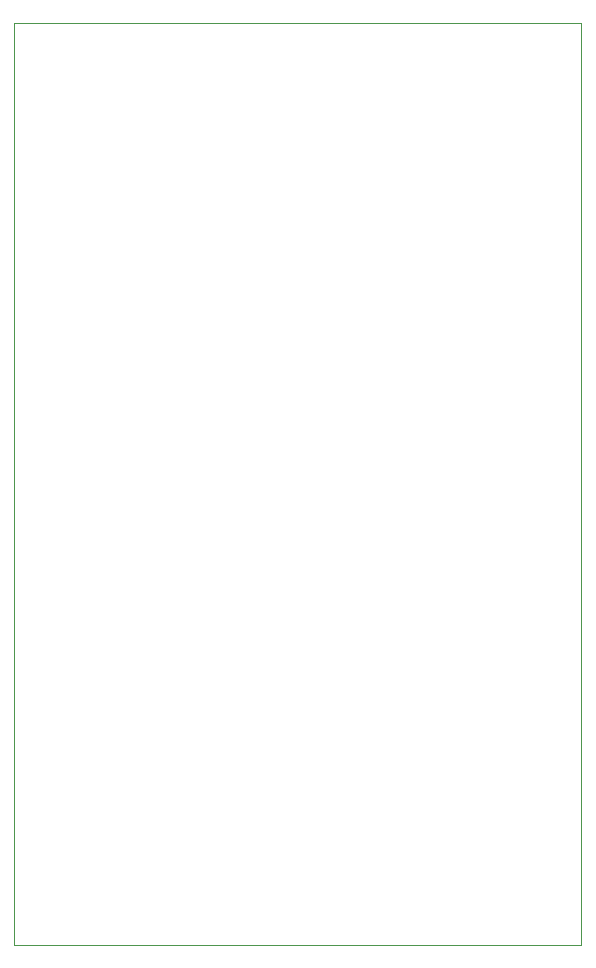
<source format=gbr>
%TF.GenerationSoftware,KiCad,Pcbnew,9.0.6*%
%TF.CreationDate,2025-12-30T19:39:25-08:00*%
%TF.ProjectId,Sigma1,5369676d-6131-42e6-9b69-6361645f7063,rev?*%
%TF.SameCoordinates,Original*%
%TF.FileFunction,Profile,NP*%
%FSLAX46Y46*%
G04 Gerber Fmt 4.6, Leading zero omitted, Abs format (unit mm)*
G04 Created by KiCad (PCBNEW 9.0.6) date 2025-12-30 19:39:25*
%MOMM*%
%LPD*%
G01*
G04 APERTURE LIST*
%TA.AperFunction,Profile*%
%ADD10C,0.050000*%
%TD*%
G04 APERTURE END LIST*
D10*
X12000000Y-12000000D02*
X60000000Y-12000000D01*
X60000000Y-90000000D01*
X12000000Y-90000000D01*
X12000000Y-12000000D01*
M02*

</source>
